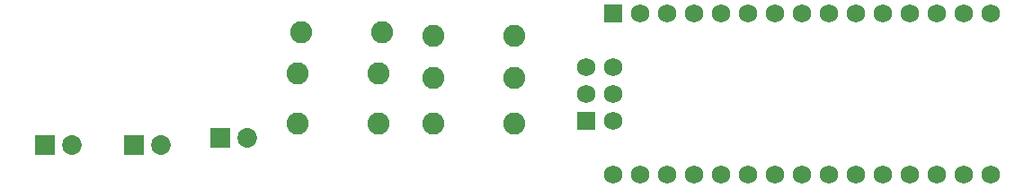
<source format=gts>
G04 Layer: TopSolderMaskLayer*
G04 EasyEDA v6.4.14, 2021-01-27T18:33:08+00:00*
G04 23e06626385a4a67b6d4a1ad3893387d,b188a025bfda474f93bca2756d95531f,10*
G04 Gerber Generator version 0.2*
G04 Scale: 100 percent, Rotated: No, Reflected: No *
G04 Dimensions in millimeters *
G04 leading zeros omitted , absolute positions ,4 integer and 5 decimal *
%FSLAX45Y45*%
%MOMM*%

%ADD21C,2.0828*%
%ADD23C,1.8542*%
%ADD24R,1.7272X1.7272*%
%ADD25C,1.7272*%

%LPD*%
D21*
G01*
X4254500Y1567200D03*
G01*
X5016500Y1567200D03*
G01*
X4254500Y1173500D03*
G01*
X5016500Y1173500D03*
G01*
X4254500Y741700D03*
G01*
X5016500Y741700D03*
G01*
X3733800Y741700D03*
G01*
X2971800Y741700D03*
G01*
X2971800Y1211600D03*
G01*
X3733800Y1211600D03*
G01*
X3771900Y1605300D03*
G01*
X3009900Y1605300D03*
G36*
X504189Y445790D02*
G01*
X504189Y631210D01*
X689610Y631210D01*
X689610Y445790D01*
G37*
D23*
G01*
X850900Y538500D03*
G36*
X1342389Y445790D02*
G01*
X1342389Y631210D01*
X1527810Y631210D01*
X1527810Y445790D01*
G37*
G01*
X1689100Y538500D03*
G36*
X2155190Y509290D02*
G01*
X2155190Y694710D01*
X2340609Y694710D01*
X2340609Y509290D01*
G37*
G01*
X2501900Y602000D03*
D24*
G01*
X5943854Y1782846D03*
D25*
G01*
X6197854Y1782846D03*
G01*
X6451600Y1783100D03*
G01*
X6705600Y1783100D03*
G01*
X6959600Y1783100D03*
G01*
X7213600Y1783100D03*
G01*
X7467600Y1783100D03*
G01*
X7721600Y1783100D03*
G01*
X7975600Y1783100D03*
G01*
X8229600Y1783100D03*
G01*
X8483600Y1783100D03*
G01*
X8737600Y1783100D03*
G01*
X8991600Y1783100D03*
G01*
X9245600Y1783100D03*
G01*
X9499600Y1783100D03*
G01*
X9499600Y259100D03*
G01*
X9245600Y259100D03*
G01*
X8991600Y259100D03*
G01*
X8737600Y259100D03*
G01*
X8483600Y259100D03*
G01*
X8229600Y259100D03*
G01*
X7975600Y259100D03*
G01*
X7721600Y259100D03*
G01*
X7467600Y259100D03*
G01*
X7213600Y259100D03*
G01*
X6959600Y259100D03*
G01*
X6705600Y259100D03*
G01*
X6451600Y259100D03*
G01*
X6197600Y259100D03*
G01*
X5943600Y259100D03*
D24*
G01*
X5689854Y766846D03*
D25*
G01*
X5689600Y1021100D03*
G01*
X5689600Y1275100D03*
G01*
X5943600Y1275100D03*
G01*
X5943600Y1021100D03*
G01*
X5943600Y767100D03*
M02*

</source>
